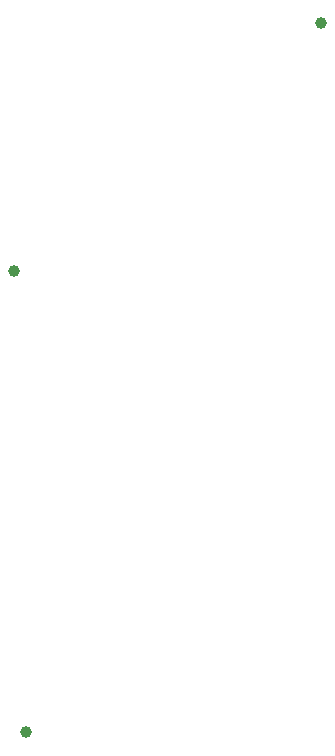
<source format=gbp>
G04*
G04 #@! TF.GenerationSoftware,Altium Limited,Altium Designer,20.0.11 (256)*
G04*
G04 Layer_Color=128*
%FSLAX44Y44*%
%MOMM*%
G71*
G01*
G75*
%ADD24C,1.0000*%
D24*
X280000Y630000D02*
D03*
X20000Y420000D02*
D03*
X30000Y30000D02*
D03*
M02*

</source>
